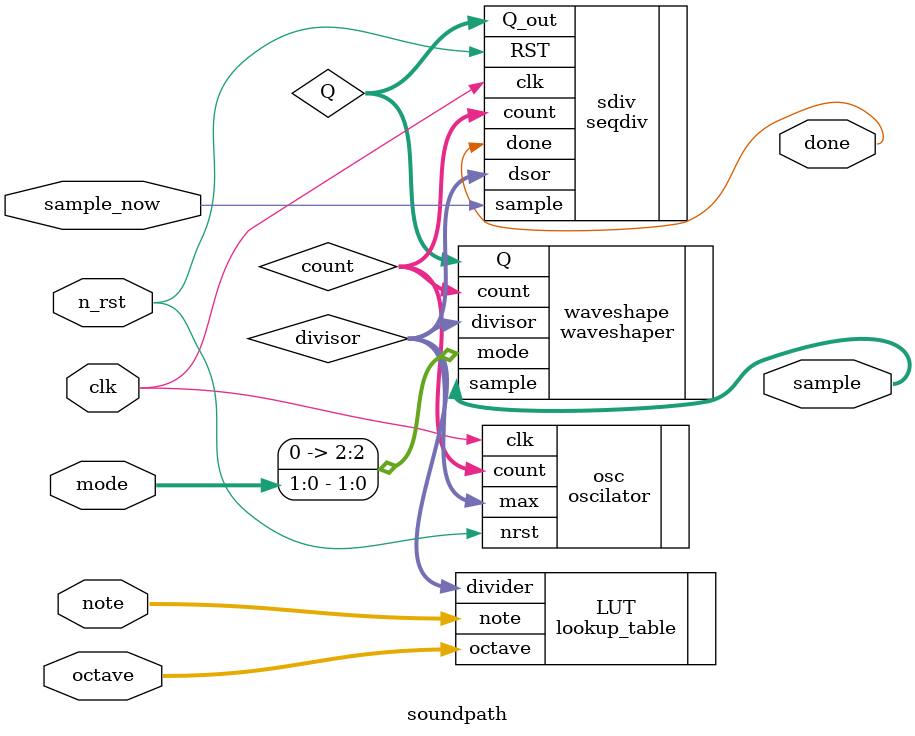
<source format=sv>

module soundpath(input logic clk, n_rst, sample_now,
                 input logic [3:0] note,
                 input logic [2:0] octave,
                 input logic [1:0] mode,
                 output logic [7:0] sample,
                 output logic done
);

  logic [7:0] Q; //quotient value before it is shaped by the waveshaper
  logic [18:0] count; //counting up value from oscilator, serves as dividend
  logic [18:0] divisor; //value from LUT based on key pressed

  lookup_table LUT (.note(note),
                    .octave(octave),
                    .divider(divisor));

  oscilator osc (.clk(clk),
                   .nrst(n_rst),
                   .max(divisor),
                   .count(count));

  seqdiv sdiv (.clk(clk),
               .RST(n_rst),
               .sample(sample_now),
               .count(count),
               .dsor(divisor),
               .done(done),
               .Q_out(Q));

  waveshaper waveshape (.Q(Q),
                        .mode({1'b0, mode}),
                        .count(count),
                        .divisor(divisor),
                        .sample(sample));

endmodule
</source>
